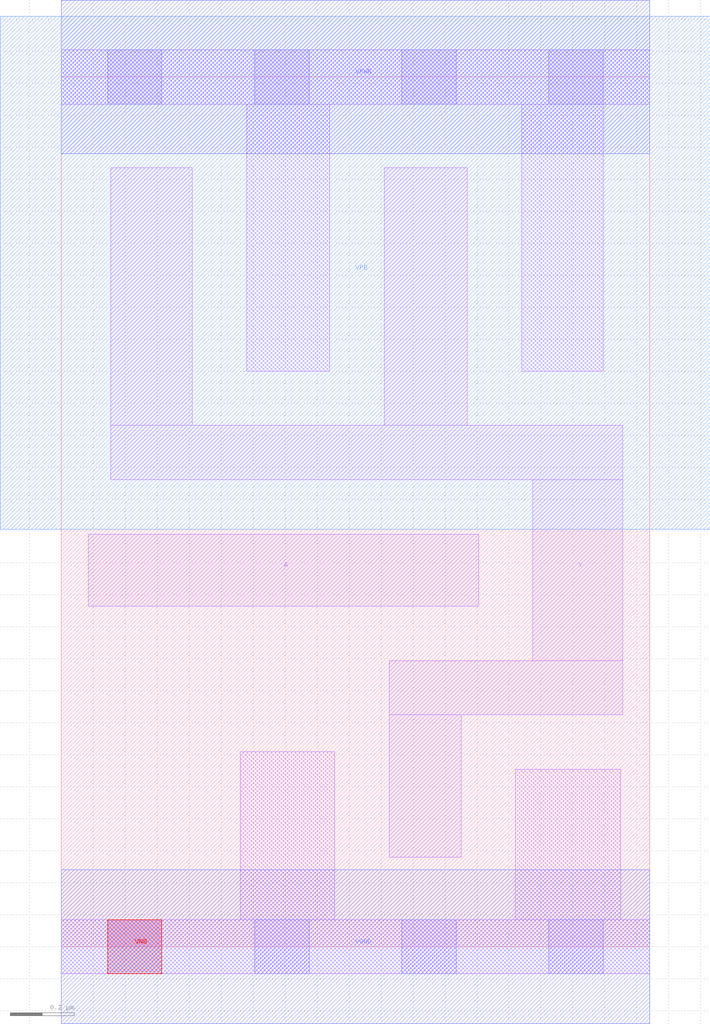
<source format=lef>
# Copyright 2020 The SkyWater PDK Authors
#
# Licensed under the Apache License, Version 2.0 (the "License");
# you may not use this file except in compliance with the License.
# You may obtain a copy of the License at
#
#     https://www.apache.org/licenses/LICENSE-2.0
#
# Unless required by applicable law or agreed to in writing, software
# distributed under the License is distributed on an "AS IS" BASIS,
# WITHOUT WARRANTIES OR CONDITIONS OF ANY KIND, either express or implied.
# See the License for the specific language governing permissions and
# limitations under the License.
#
# SPDX-License-Identifier: Apache-2.0

VERSION 5.7 ;
  NOWIREEXTENSIONATPIN ON ;
  DIVIDERCHAR "/" ;
  BUSBITCHARS "[]" ;
MACRO sky130_fd_sc_hd__clkinv_2
  CLASS CORE ;
  FOREIGN sky130_fd_sc_hd__clkinv_2 ;
  ORIGIN  0.000000  0.000000 ;
  SIZE  1.840000 BY  2.720000 ;
  SYMMETRY X Y R90 ;
  SITE unithd ;
  PIN A
    ANTENNAGATEAREA  0.576000 ;
    DIRECTION INPUT ;
    USE SIGNAL ;
    PORT
      LAYER li1 ;
        RECT 0.085000 1.065000 1.305000 1.290000 ;
    END
  END A
  PIN VNB
    PORT
      LAYER pwell ;
        RECT 0.145000 -0.085000 0.315000 0.085000 ;
    END
  END VNB
  PIN VPB
    PORT
      LAYER nwell ;
        RECT -0.190000 1.305000 2.030000 2.910000 ;
    END
  END VPB
  PIN Y
    ANTENNADIFFAREA  0.662600 ;
    DIRECTION OUTPUT ;
    USE SIGNAL ;
    PORT
      LAYER li1 ;
        RECT 0.155000 1.460000 1.755000 1.630000 ;
        RECT 0.155000 1.630000 0.410000 2.435000 ;
        RECT 1.010000 1.630000 1.270000 2.435000 ;
        RECT 1.025000 0.280000 1.250000 0.725000 ;
        RECT 1.025000 0.725000 1.755000 0.895000 ;
        RECT 1.475000 0.895000 1.755000 1.460000 ;
    END
  END Y
  PIN VGND
    DIRECTION INOUT ;
    SHAPE ABUTMENT ;
    USE GROUND ;
    PORT
      LAYER met1 ;
        RECT 0.000000 -0.240000 1.840000 0.240000 ;
    END
  END VGND
  PIN VPWR
    DIRECTION INOUT ;
    SHAPE ABUTMENT ;
    USE POWER ;
    PORT
      LAYER met1 ;
        RECT 0.000000 2.480000 1.840000 2.960000 ;
    END
  END VPWR
  OBS
    LAYER li1 ;
      RECT 0.000000 -0.085000 1.840000 0.085000 ;
      RECT 0.000000  2.635000 1.840000 2.805000 ;
      RECT 0.560000  0.085000 0.855000 0.610000 ;
      RECT 0.580000  1.800000 0.840000 2.635000 ;
      RECT 1.420000  0.085000 1.750000 0.555000 ;
      RECT 1.440000  1.800000 1.695000 2.635000 ;
    LAYER mcon ;
      RECT 0.145000 -0.085000 0.315000 0.085000 ;
      RECT 0.145000  2.635000 0.315000 2.805000 ;
      RECT 0.605000 -0.085000 0.775000 0.085000 ;
      RECT 0.605000  2.635000 0.775000 2.805000 ;
      RECT 1.065000 -0.085000 1.235000 0.085000 ;
      RECT 1.065000  2.635000 1.235000 2.805000 ;
      RECT 1.525000 -0.085000 1.695000 0.085000 ;
      RECT 1.525000  2.635000 1.695000 2.805000 ;
  END
END sky130_fd_sc_hd__clkinv_2
END LIBRARY

</source>
